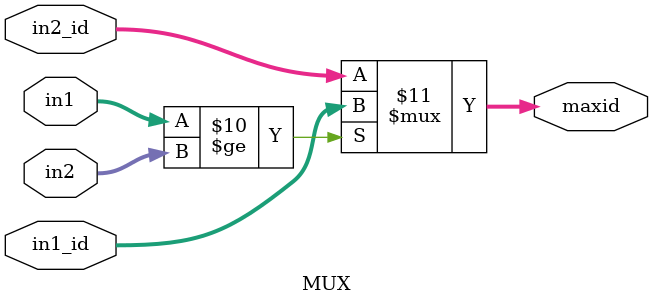
<source format=v>
`include "AFIFO.v"

module CDC #(parameter DSIZE = 8,
			   parameter ASIZE = 4)(
	//Input Port
	rst_n,
	clk1,
    clk2,
	in_valid,
    doraemon_id,
    size,
    iq_score,
    eq_score,
    size_weight,
    iq_weight,
    eq_weight,
    //Output Port
	ready,
    out_valid,
	out
    
); 
//---------------------------------------------------------------------
//   INPUT AND OUTPUT DECLARATION
//---------------------------------------------------------------------
output reg  [7:0] out;
output reg	out_valid,ready;

input rst_n, clk1, clk2, in_valid;
input  [4:0]doraemon_id;
input  [7:0]size;
input  [7:0]iq_score;
input  [7:0]eq_score;
input [2:0]size_weight,iq_weight,eq_weight;

//---------------------------------------------------------------------
//   Integer AND PARAMETER DECLARATION
//---------------------------------------------------------------------
integer i;
parameter pat_num = 13'd5995;
//---------------------------------------------------------------------
//   WIRE AND REG DECLARATION
//---------------------------------------------------------------------
reg rinc_flag1,winc_flag1;
wire rempty1,wfull1;
wire [7:0] wdata;
wire [7:0] rdata1;
reg [4:0] doraemon_id_buf [4:0];
reg [7:0] size_buf[4:0];
reg [7:0] iq_score_buf[4:0];
reg [7:0] eq_score_buf[4:0];
reg [13:0] perf[4:0];
wire [2:0] maxid1,maxid2,maxid3,maxid4;
reg [3:0] in_cnt;
reg [13:0] wcnt,out_cnt;
reg [2:0]size_w ;
reg [2:0]iq_w ;
reg[2:0]eq_w ;

//-----------------------------------------------------------------------------------------------------------------
//   Design                                                            
//-----------------------------------------------------------------------------------------------------------------

AFIFO AFIFO1(.rst_n(rst_n),.rclk(clk2),.rinc(rinc_flag1),.wclk(clk1),.winc(winc_flag1),.wdata(wdata),.rempty(rempty1),.rdata(rdata1),.wfull(wfull1));
//AFIFO AFIFO2(.rst_n(rst_n),.rclk(clk2),.rinc(rinc_flag2),.wclk(clk1),.winc(winc_flag2),.wdata(wdata),.rempty(rempty2),.rdata(rdata2),.wfull(wfull2));

MUX mux1(.in1(perf[0]),.in2(perf[1]),.in1_id(3'd0),.in2_id(3'd1),.maxid(maxid1));
MUX mux2(.in1(perf[2]),.in2(perf[3]),.in1_id(3'd2),.in2_id(3'd3),.maxid(maxid2));
MUX mux3(.in1(perf[maxid1]),.in2(perf[maxid2]),.in1_id(maxid1),.in2_id(maxid2),.maxid(maxid3));
MUX mux4(.in1(perf[maxid3]),.in2(perf[4]),.in1_id(maxid3),.in2_id(3'd4),.maxid(maxid4));


// ---------------------------------------------------------------------
//        CLOCK1
// ---------------------------------------------------------------------

// ---------------------------------------------------------------------
//         Get Input
// ---------------------------------------------------------------------

// input counter
always@(posedge clk1 or negedge rst_n) begin
    if (!rst_n) begin
		in_cnt<=0;			
	end
	else begin
		if (in_valid==1 && in_cnt<=4) in_cnt <= in_cnt+1; 
		else if (out_cnt>=pat_num) in_cnt<=0;
		else in_cnt<=in_cnt;
	end
end

// Get input
always@(posedge clk1 or negedge rst_n) begin
    if (!rst_n) begin
		for (i=0;i<7;i=i+1)begin
			doraemon_id_buf[i] <= 0;
			size_buf [i] <= 0;                                   
			iq_score_buf [i] <= 0;
			eq_score_buf [i] <= 0;
		end
	end
	else if (out_cnt>=pat_num) begin
		for (i=0;i<5;i=i+1)begin
				doraemon_id_buf[i] <= 0;
				size_buf [i] <= 0;
				iq_score_buf [i] <= 0;
				eq_score_buf [i] <= 0;
		end
	
	end
	else if (in_valid==1 && in_cnt<=4)begin
			for (i=0;i<5;i=i+1)begin
				if (i==in_cnt)begin
					doraemon_id_buf[in_cnt] <= doraemon_id;
					size_buf [in_cnt] <= size;
					iq_score_buf [in_cnt] <= iq_score;
					eq_score_buf [in_cnt] <= eq_score;
				end
				else begin
					doraemon_id_buf[i] <= doraemon_id_buf[i];
					size_buf [i] <= size_buf [i];
					iq_score_buf [i] <= iq_score_buf [i];
					eq_score_buf [i] <= eq_score_buf [i];
				end
			end
	end
	else if (in_valid==1 )begin
			for (i=0;i<5;i=i+1)begin
					if(i==maxid4)begin
						doraemon_id_buf[i] <= doraemon_id;
						size_buf [i] <= size;
						iq_score_buf [i] <= iq_score;
						eq_score_buf [i] <= eq_score;
					end
					else begin
						doraemon_id_buf[i] <= doraemon_id_buf[i];
						size_buf [i] <= size_buf [i];
						iq_score_buf [i] <= iq_score_buf [i];
						eq_score_buf [i] <= eq_score_buf [i];
					end
			end
	end
	else begin
			for (i=0;i<5;i=i+1)begin
				doraemon_id_buf[i] <= doraemon_id_buf[i];
				size_buf [i] <= size_buf [i];
				iq_score_buf [i] <= iq_score_buf [i];
				eq_score_buf [i] <= eq_score_buf [i];
			end
	end
end

//ready
always@(*) begin
    if (!rst_n) ready<=0;
	else if (wfull1==1) ready<=0;
	else if (out_cnt>=pat_num) ready<=0;
	else ready<=1;
end

// Get weight
always@(posedge clk1 or negedge rst_n) begin
    if (!rst_n) begin
		for (i=0;i<5;i=i+1)begin
			size_w <= 0;                                   
			iq_w  <= 0;
			eq_w <= 0;
		end
	end
	else if(in_valid==1 && in_cnt>=4) begin
		size_w <= size_weight;                                   
		iq_w  <=iq_weight ;
		eq_w <= eq_weight;
	end
	else if (out_cnt>=pat_num)begin
		size_w <= 0;                                   
		iq_w  <= 0;
		eq_w <= 0;
	end
	else begin
		size_w <= size_w;                                   
		iq_w  <=iq_w ;
		eq_w <= eq_w;
	end
end	

//Write
//always@(posedge clk1 or negedge rst_n) begin
    //if (!rst_n) winc_flag1<=0;
	//else if (wfull1==1) winc_flag1<=1;
	//else if (out_cnt>=pat_num) winc_flag1<=0;
	//else if (in_cnt>=4) winc_flag1<=1;
	//else winc_flag1<=0;
//end

always@(*) begin
    if (!rst_n) winc_flag1<=0;
	else if (wfull1==1 || (in_valid==0 && wcnt<pat_num)) winc_flag1<=0;
	else if (out_cnt>pat_num) winc_flag1<=0;
	else if (in_cnt>=5) winc_flag1<=1;
	else winc_flag1<=0;
end

always@(posedge clk1 or negedge rst_n) begin
    if (!rst_n) wcnt<=0;
	else if (out_cnt>=pat_num) wcnt<=0;
	else if (winc_flag1==1) wcnt<=wcnt+1;
	else wcnt<=wcnt;
end


// ---------------------------------------------------------------------
//         Calculate Performance
// ---------------------------------------------------------------------

always@(*) begin
	if (!rst_n) begin
		for (i=0;i<5;i=i+1)begin
				perf[i] = 0;                                   
		end	
	end
	else if (out_cnt<=pat_num ) begin
			for (i=0;i<5;i=i+1)begin
				perf[i] = size_buf[i]*size_w+iq_score_buf[i]*iq_w+eq_score_buf[i]*eq_w;                                   
			end
	end	
	else begin
			for (i=0;i<5;i=i+1)begin
				perf[i] = 0;                                   
			end	
	end
end		

assign wdata ={maxid4,doraemon_id_buf[maxid4]};
// ---------------------------------------------------------------------
//         CLOCK2
// ---------------------------------------------------------------------

//Read
//always@(posedge clk2 or negedge rst_n) begin
    //if (!rst_n) rinc_flag1<=0;
	//else if (rempty1!=1)rinc_flag1<=1;
	//else if (out_cnt>=pat_num) rinc_flag1<=0;
	//else rinc_flag1<=0;
//end
//ready
always@(*) begin
    if (!rst_n) rinc_flag1<=0;
	else if (rempty1==1) rinc_flag1<=0;
	else if (out_cnt>=pat_num) rinc_flag1<=0;
	else rinc_flag1<=1;
end

//  Output
always@(posedge clk2 or negedge rst_n) begin
    if (!rst_n) out_valid<=0;	
	else if (rinc_flag1==1&&out_cnt<pat_num)out_valid<=1;
	else out_valid<=0;
end

always@(posedge clk2 or negedge rst_n) begin
    if (!rst_n) out<=0;	
	else if (out_cnt>=pat_num)out<=0;
	else if (rinc_flag1==1)out<=rdata1;
	else out<=0;
end

always@(posedge clk2 or negedge rst_n) begin
    if (!rst_n) out_cnt<=0;
	else if (out_valid==1)out_cnt<=out_cnt+1;
	else if (out_cnt>=pat_num) out_cnt<=out_cnt;
	else out_cnt<=out_cnt;
end

endmodule

module MUX(in1,in2,in1_id,in2_id,maxid);
input [13:0] in1,in2;
input [2:0] in1_id,in2_id;

output wire[2:0] maxid;

assign maxid=(in1>=in2)?in1_id:in2_id;

endmodule

</source>
